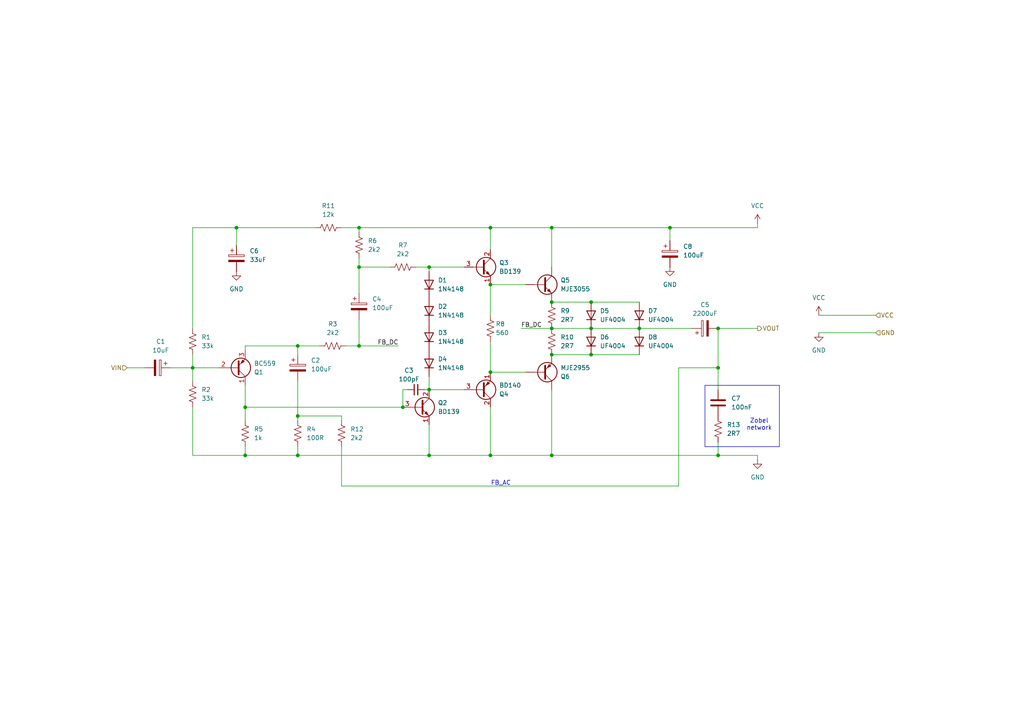
<source format=kicad_sch>
(kicad_sch (version 20250114) (generator "eeschema") (generator_version "9.0")
  (paper "A4")
  (lib_symbols
    (symbol "Device:C" (pin_numbers (hide yes)) (pin_names (offset 0.254))
      (property "Reference" "C" (at 0.635 2.54 0))
      (property "Value" "C" (at 0.635 -2.54 0))
      (symbol "C_0_1"
        (polyline (pts (xy -2.032 0.762) (xy 2.032 0.762)) (stroke (width 0.508)))
        (polyline (pts (xy -2.032 -0.762) (xy 2.032 -0.762)) (stroke (width 0.508)))
      )
      (symbol "C_1_1"
        (pin passive line (at 0 3.81 270) (length 2.794) (name "~") (number "1"))
        (pin passive line (at 0 -3.81 90) (length 2.794) (name "~") (number "2"))
      )
    )
    (symbol "Device:C_Polarized" (pin_numbers (hide yes)) (pin_names (offset 0.254))
      (property "Reference" "C" (at 0.635 2.54 0))
      (property "Value" "C_Polarized" (at 0.635 -2.54 0))
      (symbol "C_Polarized_0_1"
        (rectangle (start -2.286 0.508) (end 2.286 1.016))
        (polyline (pts (xy -1.778 2.286) (xy -0.762 2.286)))
        (polyline (pts (xy -1.27 2.794) (xy -1.27 1.778)))
        (rectangle (start 2.286 -0.508) (end -2.286 -1.016) (fill (type outline)))
      )
      (symbol "C_Polarized_1_1"
        (pin passive line (at 0 3.81 270) (length 2.794) (name "~") (number "1"))
        (pin passive line (at 0 -3.81 90) (length 2.794) (name "~") (number "2"))
      )
    )
    (symbol "Device:C_Small" (pin_numbers (hide yes)) (pin_names (offset 0.254) (hide yes))
      (property "Reference" "C" (at 0.254 1.778 0))
      (property "Value" "C_Small" (at 0.254 -2.032 0))
      (symbol "C_Small_0_1"
        (polyline (pts (xy -1.524 0.508) (xy 1.524 0.508)) (stroke (width 0.3048)))
        (polyline (pts (xy -1.524 -0.508) (xy 1.524 -0.508)) (stroke (width 0.3302)))
      )
      (symbol "C_Small_1_1"
        (pin passive line (at 0 2.54 270) (length 2.032) (name "~") (number "1"))
        (pin passive line (at 0 -2.54 90) (length 2.032) (name "~") (number "2"))
      )
    )
    (symbol "Device:D" (pin_numbers (hide yes)) (pin_names (offset 1.016) (hide yes))
      (property "Reference" "D" (at 0 2.54 0))
      (property "Value" "D" (at 0 -2.54 0))
      (symbol "D_0_1"
        (polyline (pts (xy -1.27 1.27) (xy -1.27 -1.27)) (stroke (width 0.254)))
        (polyline (pts (xy 1.27 1.27) (xy 1.27 -1.27) (xy -1.27 0) (xy 1.27 1.27)) (stroke (width 0.254)))
        (polyline (pts (xy 1.27 0) (xy -1.27 0)))
      )
      (symbol "D_1_1"
        (pin passive line (at -3.81 0 0) (length 2.54) (name "K") (number "1"))
        (pin passive line (at 3.81 0 180) (length 2.54) (name "A") (number "2"))
      )
    )
    (symbol "Device:Q_NPN" (pin_numbers (hide yes)) (pin_names (offset 0) (hide yes))
      (property "Reference" "Q11" (at 5.08 1.2701 0))
      (property "Value" "MJE3055" (at 5.08 -1.2699 0))
      (symbol "Q_NPN_0_1"
        (polyline (pts (xy -2.54 0) (xy 0.635 0)))
        (polyline (pts (xy 0.635 1.905) (xy 0.635 -1.905)) (stroke (width 0.508)))
        (polyline (pts (xy 0.635 0.635) (xy 2.54 2.54)))
        (polyline (pts (xy 0.635 -0.635) (xy 2.54 -2.54)))
        (circle (center 1.27 0) (radius 2.8194) (stroke (width 0.254)))
        (polyline (pts (xy 1.27 -1.778) (xy 1.778 -1.27) (xy 2.286 -2.286) (xy 1.27 -1.778)) (fill (type outline)))
      )
      (symbol "Q_NPN_1_1"
        (pin input line (at -5.08 0 0) (length 2.54) (name "B") (number "1"))
        (pin passive line (at 2.54 5.08 270) (length 2.54) (name "C") (number "2"))
        (pin passive line (at 2.54 -5.08 90) (length 2.54) (name "E") (number "3"))
      )
    )
    (symbol "Device:Q_PNP" (pin_numbers (hide yes)) (pin_names (offset 0) (hide yes))
      (property "Reference" "Q12" (at 5.08 1.2701 0))
      (property "Value" "MJE2955" (at 5.08 -1.2699 0))
      (symbol "Q_PNP_0_1"
        (polyline (pts (xy -2.54 0) (xy 0.635 0)))
        (polyline (pts (xy 0.635 1.905) (xy 0.635 -1.905)) (stroke (width 0.508)))
        (polyline (pts (xy 0.635 0.635) (xy 2.54 2.54)))
        (polyline (pts (xy 0.635 -0.635) (xy 2.54 -2.54)))
        (circle (center 1.27 0) (radius 2.8194) (stroke (width 0.254)))
        (polyline (pts (xy 2.286 -1.778) (xy 1.778 -2.286) (xy 1.27 -1.27) (xy 2.286 -1.778)) (fill (type outline)))
      )
      (symbol "Q_PNP_1_1"
        (pin input line (at -5.08 0 0) (length 2.54) (name "B") (number "1"))
        (pin passive line (at 2.54 5.08 270) (length 2.54) (name "C") (number "2"))
        (pin passive line (at 2.54 -5.08 90) (length 2.54) (name "E") (number "3"))
      )
    )
    (symbol "Device:R_US" (pin_numbers (hide yes)) (pin_names (offset 0))
      (property "Reference" "R" (at 2.54 0 90))
      (property "Value" "R_US" (at -2.54 0 90))
      (symbol "R_US_0_1"
        (polyline (pts (xy 0 2.286) (xy 0 2.54)))
        (polyline (pts (xy 0 2.286) (xy 1.016 1.905) (xy 0 1.524) (xy -1.016 1.143) (xy 0 0.762)))
        (polyline (pts (xy 0 0.762) (xy 1.016 0.381) (xy 0 0) (xy -1.016 -0.381) (xy 0 -0.762)))
        (polyline (pts (xy 0 -0.762) (xy 1.016 -1.143) (xy 0 -1.524) (xy -1.016 -1.905) (xy 0 -2.286)))
        (polyline (pts (xy 0 -2.286) (xy 0 -2.54)))
      )
      (symbol "R_US_1_1"
        (pin passive line (at 0 3.81 270) (length 1.27) (name "~") (number "1"))
        (pin passive line (at 0 -3.81 90) (length 1.27) (name "~") (number "2"))
      )
    )
    (symbol "Transistor_BJT:BC559" (pin_names (offset 0) (hide yes))
      (property "Reference" "Q" (at 5.08 1.905 0))
      (property "Value" "BC559" (at 5.08 0 0))
      (symbol "BC559_0_1"
        (polyline (pts (xy -2.54 0) (xy 0.635 0)))
        (polyline (pts (xy 0.635 1.905) (xy 0.635 -1.905)) (stroke (width 0.508)))
        (polyline (pts (xy 0.635 0.635) (xy 2.54 2.54)))
        (polyline (pts (xy 0.635 -0.635) (xy 2.54 -2.54)))
        (circle (center 1.27 0) (radius 2.8194) (stroke (width 0.254)))
        (polyline (pts (xy 2.286 -1.778) (xy 1.778 -2.286) (xy 1.27 -1.27) (xy 2.286 -1.778)) (fill (type outline)))
      )
      (symbol "BC559_1_1"
        (pin input line (at -5.08 0 0) (length 2.54) (name "B") (number "2"))
        (pin passive line (at 2.54 5.08 270) (length 2.54) (name "C") (number "1"))
        (pin passive line (at 2.54 -5.08 90) (length 2.54) (name "E") (number "3"))
      )
    )
    (symbol "Transistor_BJT:BD139" (pin_names (offset 0) (hide yes))
      (property "Reference" "Q" (at 5.08 1.905 0))
      (property "Value" "BD139" (at 5.08 0 0))
      (symbol "BD139_0_1"
        (polyline (pts (xy -2.54 0) (xy 0.635 0)))
        (polyline (pts (xy 0.635 1.905) (xy 0.635 -1.905)) (stroke (width 0.508)))
        (circle (center 1.27 0) (radius 2.8194) (stroke (width 0.254)))
      )
      (symbol "BD139_1_1"
        (polyline (pts (xy 0.635 0.635) (xy 2.54 2.54)))
        (polyline (pts (xy 0.635 -0.635) (xy 2.54 -2.54)))
        (polyline (pts (xy 1.27 -1.778) (xy 1.778 -1.27) (xy 2.286 -2.286) (xy 1.27 -1.778)) (fill (type outline)))
        (pin input line (at -5.08 0 0) (length 2.54) (name "B") (number "3"))
        (pin passive line (at 2.54 5.08 270) (length 2.54) (name "C") (number "2"))
        (pin passive line (at 2.54 -5.08 90) (length 2.54) (name "E") (number "1"))
      )
    )
    (symbol "Transistor_BJT:BD140" (pin_names (offset 0) (hide yes))
      (property "Reference" "Q" (at 5.08 1.905 0))
      (property "Value" "BD140" (at 5.08 0 0))
      (symbol "BD140_0_1"
        (polyline (pts (xy -2.54 0) (xy 0.635 0)))
        (polyline (pts (xy 0.635 1.905) (xy 0.635 -1.905)) (stroke (width 0.508)))
        (polyline (pts (xy 0.635 0.635) (xy 2.54 2.54)))
        (polyline (pts (xy 0.635 -0.635) (xy 2.54 -2.54)))
        (circle (center 1.27 0) (radius 2.8194) (stroke (width 0.254)))
        (polyline (pts (xy 2.286 -1.778) (xy 1.778 -2.286) (xy 1.27 -1.27) (xy 2.286 -1.778)) (fill (type outline)))
      )
      (symbol "BD140_1_1"
        (pin input line (at -5.08 0 0) (length 2.54) (name "B") (number "3"))
        (pin passive line (at 2.54 5.08 270) (length 2.54) (name "C") (number "2"))
        (pin passive line (at 2.54 -5.08 90) (length 2.54) (name "E") (number "1"))
      )
    )
    (symbol "power:GND" (power) (pin_numbers (hide yes)) (pin_names (offset 0) (hide yes))
      (property "Value" "GND" (at 0 -3.81 0))
      (symbol "GND_0_1"
        (polyline (pts (xy 0 0) (xy 0 -1.27) (xy 1.27 -1.27) (xy 0 -2.54) (xy -1.27 -1.27) (xy 0 -1.27)))
      )
      (symbol "GND_1_1"
        (pin power_in line (at 0 0 270) (length 0) (name "~") (number "1"))
      )
    )
    (symbol "power:VCC" (power) (pin_numbers (hide yes)) (pin_names (offset 0) (hide yes))
      (property "Value" "VCC" (at 0 3.556 0))
      (symbol "VCC_0_1"
        (polyline (pts (xy -0.762 1.27) (xy 0 2.54)))
        (polyline (pts (xy 0 2.54) (xy 0.762 1.27)))
        (polyline (pts (xy 0 0) (xy 0 2.54)))
      )
      (symbol "VCC_1_1"
        (pin power_in line (at 0 0 90) (length 0) (name "~") (number "1"))
      )
    )
  )
  (rectangle (start 204.47 111.76) (end 226.06 129.54))
  (text "Zobel\nnetwork" (at 220.218 123.19 0) (effects (font (size 1.27 1.27))))
  (text "FB_AC" (at 145.288 140.208 0) (effects (font (size 1.27 1.27))))
  (junction (at 208.28 106.68))
  (junction (at 104.14 77.47))
  (junction (at 194.31 66.04))
  (junction (at 71.12 118.11))
  (junction (at 142.24 132.08))
  (junction (at 160.02 87.63))
  (junction (at 104.14 66.04))
  (junction (at 86.36 100.33))
  (junction (at 160.02 66.04))
  (junction (at 86.36 120.65))
  (junction (at 124.46 132.08))
  (junction (at 55.88 106.68))
  (junction (at 86.36 132.08))
  (junction (at 116.84 118.11))
  (junction (at 142.24 66.04))
  (junction (at 124.46 113.03))
  (junction (at 208.28 95.25))
  (junction (at 160.02 102.87))
  (junction (at 68.58 66.04))
  (junction (at 185.42 95.25))
  (junction (at 160.02 95.25))
  (junction (at 171.45 87.63))
  (junction (at 104.14 100.33))
  (junction (at 124.46 77.47))
  (junction (at 208.28 132.08))
  (junction (at 142.24 82.55))
  (junction (at 142.24 107.95))
  (junction (at 171.45 95.25))
  (junction (at 71.12 132.08))
  (junction (at 171.45 102.87))
  (junction (at 160.02 132.08))
  (wire (pts (xy 124.46 78.74) (xy 124.46 77.47)))
  (wire (pts (xy 208.28 106.68) (xy 196.85 106.68)))
  (wire (pts (xy 118.11 113.03) (xy 116.84 113.03)))
  (wire (pts (xy 208.28 128.27) (xy 208.28 132.08)))
  (wire (pts (xy 36.83 106.68) (xy 41.91 106.68)))
  (wire (pts (xy 208.28 95.25) (xy 208.28 106.68)))
  (wire (pts (xy 71.12 100.33) (xy 71.12 101.6)))
  (wire (pts (xy 160.02 66.04) (xy 160.02 77.47)))
  (wire (pts (xy 124.46 113.03) (xy 134.62 113.03)))
  (wire (pts (xy 55.88 106.68) (xy 63.5 106.68)))
  (wire (pts (xy 71.12 121.92) (xy 71.12 118.11)))
  (wire (pts (xy 71.12 129.54) (xy 71.12 132.08)))
  (wire (pts (xy 71.12 118.11) (xy 71.12 111.76)))
  (wire (pts (xy 208.28 132.08) (xy 219.71 132.08)))
  (wire (pts (xy 86.36 120.65) (xy 99.06 120.65)))
  (wire (pts (xy 49.53 106.68) (xy 55.88 106.68)))
  (wire (pts (xy 104.14 77.47) (xy 104.14 85.09)))
  (wire (pts (xy 86.36 120.65) (xy 86.36 121.92)))
  (wire (pts (xy 71.12 132.08) (xy 86.36 132.08)))
  (wire (pts (xy 185.42 95.25) (xy 200.66 95.25)))
  (wire (pts (xy 160.02 66.04) (xy 194.31 66.04)))
  (wire (pts (xy 237.49 91.44) (xy 254 91.44)))
  (wire (pts (xy 160.02 87.63) (xy 171.45 87.63)))
  (wire (pts (xy 124.46 132.08) (xy 142.24 132.08)))
  (wire (pts (xy 160.02 102.87) (xy 171.45 102.87)))
  (wire (pts (xy 171.45 102.87) (xy 185.42 102.87)))
  (wire (pts (xy 219.71 132.08) (xy 219.71 133.35)))
  (wire (pts (xy 142.24 82.55) (xy 152.4 82.55)))
  (wire (pts (xy 160.02 95.25) (xy 171.45 95.25)))
  (wire (pts (xy 55.88 102.87) (xy 55.88 106.68)))
  (wire (pts (xy 68.58 71.12) (xy 68.58 66.04)))
  (wire (pts (xy 99.06 129.54) (xy 99.06 140.97)))
  (wire (pts (xy 124.46 77.47) (xy 120.65 77.47)))
  (wire (pts (xy 99.06 120.65) (xy 99.06 121.92)))
  (wire (pts (xy 71.12 100.33) (xy 86.36 100.33)))
  (wire (pts (xy 86.36 100.33) (xy 86.36 102.87)))
  (wire (pts (xy 116.84 113.03) (xy 116.84 118.11)))
  (wire (pts (xy 104.14 74.93) (xy 104.14 77.47)))
  (wire (pts (xy 99.06 66.04) (xy 104.14 66.04)))
  (wire (pts (xy 171.45 95.25) (xy 185.42 95.25)))
  (wire (pts (xy 160.02 132.08) (xy 208.28 132.08)))
  (wire (pts (xy 124.46 109.22) (xy 124.46 113.03)))
  (wire (pts (xy 142.24 66.04) (xy 160.02 66.04)))
  (wire (pts (xy 142.24 132.08) (xy 160.02 132.08)))
  (wire (pts (xy 55.88 66.04) (xy 68.58 66.04)))
  (wire (pts (xy 171.45 87.63) (xy 185.42 87.63)))
  (wire (pts (xy 86.36 132.08) (xy 124.46 132.08)))
  (wire (pts (xy 55.88 132.08) (xy 55.88 118.11)))
  (wire (pts (xy 142.24 99.06) (xy 142.24 107.95)))
  (wire (pts (xy 142.24 107.95) (xy 152.4 107.95)))
  (wire (pts (xy 104.14 67.31) (xy 104.14 66.04)))
  (wire (pts (xy 99.06 140.97) (xy 196.85 140.97)))
  (wire (pts (xy 55.88 132.08) (xy 71.12 132.08)))
  (wire (pts (xy 104.14 92.71) (xy 104.14 100.33)))
  (wire (pts (xy 86.36 110.49) (xy 86.36 120.65)))
  (wire (pts (xy 100.33 100.33) (xy 104.14 100.33)))
  (wire (pts (xy 123.19 113.03) (xy 124.46 113.03)))
  (wire (pts (xy 86.36 129.54) (xy 86.36 132.08)))
  (wire (pts (xy 71.12 118.11) (xy 116.84 118.11)))
  (wire (pts (xy 219.71 66.04) (xy 219.71 64.77)))
  (wire (pts (xy 208.28 106.68) (xy 208.28 113.03)))
  (wire (pts (xy 237.49 96.52) (xy 254 96.52)))
  (wire (pts (xy 194.31 66.04) (xy 194.31 69.85)))
  (wire (pts (xy 104.14 77.47) (xy 113.03 77.47)))
  (wire (pts (xy 104.14 66.04) (xy 142.24 66.04)))
  (wire (pts (xy 196.85 106.68) (xy 196.85 140.97)))
  (wire (pts (xy 160.02 113.03) (xy 160.02 132.08)))
  (wire (pts (xy 86.36 100.33) (xy 92.71 100.33)))
  (wire (pts (xy 142.24 66.04) (xy 142.24 72.39)))
  (wire (pts (xy 124.46 123.19) (xy 124.46 132.08)))
  (wire (pts (xy 151.13 95.25) (xy 160.02 95.25)))
  (wire (pts (xy 194.31 66.04) (xy 219.71 66.04)))
  (wire (pts (xy 68.58 66.04) (xy 91.44 66.04)))
  (wire (pts (xy 55.88 106.68) (xy 55.88 110.49)))
  (wire (pts (xy 104.14 100.33) (xy 115.57 100.33)))
  (wire (pts (xy 142.24 118.11) (xy 142.24 132.08)))
  (wire (pts (xy 142.24 82.55) (xy 142.24 91.44)))
  (wire (pts (xy 124.46 77.47) (xy 134.62 77.47)))
  (wire (pts (xy 55.88 95.25) (xy 55.88 66.04)))
  (wire (pts (xy 208.28 95.25) (xy 219.71 95.25)))
  (label "FB_DC" (at 115.57 100.33 180))
  (label "FB_DC" (at 151.13 95.25 0))
  (hierarchical_label "VCC" (shape input) (at 254 91.44 0))
  (hierarchical_label "GND" (shape input) (at 254 96.52 0))
  (hierarchical_label "VOUT" (shape output) (at 219.71 95.25 0))
  (hierarchical_label "VIN" (shape input) (at 36.83 106.68 180))
  (symbol (lib_id "Device:C_Polarized") (at 194.31 73.66 0) (unit 1)
    (property "Reference" "C8" (at 198.12 71.5009 0) (effects (justify left)))
    (property "Value" "100uF" (at 198.12 74.0409 0) (effects (justify left)))
    (property "Footprint" "Capacitor_THT:CP_Radial_D8.0mm_P3.50mm" (effects (hide yes)))
    (property "Datasheet" "https://www.mouser.com/ProductDetail/Wurth-Elektronik/860020672010?qs=sGAEpiMZZMsh%252B1woXyUXj4jKQI6sNRw6%252B%2FnWw7D23Ww%3D" (effects (hide yes)))
    (property "Description" "Polarized capacitor" (effects (hide yes)))
    (property "Mouser URL" "https://www.mouser.com/ProductDetail/Nichicon/UVR1H101MPD1TD?qs=sGAEpiMZZMsh%252B1woXyUXj9Qfu%2FLgQWnHf9Zyy1TLY94%3D" (effects (hide yes)))
    (property "Mouser PN" "647-UVR1H101MPD1TD " (effects (hide yes)))
    (instances (project "audio-receiver" (path "" (reference "C8") (unit 1)) (path "" (reference "C14") (unit 1))))
  )
  (symbol (lib_id "Transistor_BJT:BD139") (at 139.7 77.47 0) (unit 1)
    (property "Reference" "Q3" (at 144.78 76.1999 0) (effects (justify left)))
    (property "Value" "BD139" (at 144.78 78.7399 0) (effects (justify left)))
    (property "Footprint" "Package_TO_SOT_THT:TO-126-3_Vertical" (effects (hide yes)))
    (property "Datasheet" "http://www.st.com/internet/com/TECHNICAL_RESOURCES/TECHNICAL_LITERATURE/DATASHEET/CD00001225.pdf" (effects (hide yes)))
    (property "Description" "1.5A Ic, 80V Vce, Low Voltage Transistor, TO-126" (effects (hide yes)))
    (property "Mouser URL" "https://www.mouser.com/ProductDetail/STMicroelectronics/BD139-16?qs=RfHREzyZwW%252BVwEMhVd3zpQ%3D%3D" (effects (hide yes)))
    (property "Mouser PN" "511-BD139-16 " (effects (hide yes)))
    (instances (project "audio-receiver" (path "" (reference "Q3") (unit 1)) (path "" (reference "Q9") (unit 1))))
  )
  (symbol (lib_id "Device:C_Polarized") (at 45.72 106.68 270) (unit 1)
    (property "Reference" "C1" (at 46.609 99.06 90))
    (property "Value" "10uF" (at 46.609 101.6 90))
    (property "Footprint" "Capacitor_THT:CP_Radial_D5.0mm_P2.00mm" (effects (hide yes)))
    (property "Datasheet" "https://www.we-online.com/components/products/datasheet/860020672010.pdf" (effects (hide yes)))
    (property "Description" "Polarized capacitor" (effects (hide yes)))
    (property "Mouser URL" "https://www.mouser.com/ProductDetail/Wurth-Elektronik/860020672010?qs=sGAEpiMZZMsh%252B1woXyUXj4jKQI6sNRw6%252B%2FnWw7D23Ww%3D" (effects (hide yes)))
    (property "Mouser PN" "710-860020672010 " (effects (hide yes)))
    (instances (project "audio-receiver" (path "" (reference "C1") (unit 1)) (path "" (reference "C9") (unit 1))))
  )
  (symbol (lib_id "power:GND") (at 68.58 78.74 0) (unit 1)
    (property "Reference" "#PWR03" (effects (hide yes)))
    (property "Value" "GND" (at 68.58 83.82 0))
    (property "Description" "Power symbol creates a global label with name \"GND\" , ground" (effects (hide yes)))
    (instances (project "audio-receiver" (path "" (reference "#PWR03") (unit 1)) (path "" (reference "#PWR07") (unit 1))))
  )
  (symbol (lib_id "Device:R_US") (at 160.02 99.06 0) (unit 1)
    (property "Reference" "R10" (at 162.56 97.7899 0) (effects (justify left)))
    (property "Value" "2R7" (at 162.56 100.3299 0) (effects (justify left)))
    (property "Footprint" "Resistor_THT:R_Axial_Power_L25.0mm_W9.0mm_P27.94mm" (effects (hide yes)))
    (property "Datasheet" "https://www.mouser.com/datasheet/2/447/YAGEO_SQP_NSP_datasheet_2021v0-3003003.pdf" (effects (hide yes)))
    (property "Description" "Resistor, US symbol" (effects (hide yes)))
    (property "Mouser URL" "https://www.mouser.com/ProductDetail/YAGEO/SQP500JB-2R7?qs=sGAEpiMZZMsPqMdJzcrNwl88Wd0KdECunjP3GAgCqls%3D" (effects (hide yes)))
    (property "Mouser PN" "603-SQP500JB-2R7 " (effects (hide yes)))
    (instances (project "audio-receiver" (path "" (reference "R10") (unit 1)) (path "" (reference "R23") (unit 1))))
  )
  (symbol (lib_id "Device:D") (at 124.46 105.41 90) (unit 1)
    (property "Reference" "D4" (at 127 104.1399 90) (effects (justify right)))
    (property "Value" "1N4148" (at 127 106.6799 90) (effects (justify right)))
    (property "Footprint" "Diode_THT:D_DO-35_SOD27_P7.62mm_Horizontal" (effects (hide yes)))
    (property "Datasheet" "https://www.mouser.com/datasheet/2/308/1/1N914_D-3574539.pdf" (effects (hide yes)))
    (property "Description" "Diode" (effects (hide yes)))
    (property "Sim.Device" "D" (effects (hide yes)))
    (property "Sim.Pins" "1=K 2=A" (effects (hide yes)))
    (property "Mouser URL" "https://www.mouser.com/ProductDetail/onsemi-Fairchild/1N4148-T50R?qs=sGAEpiMZZMtbRapU8LlZD%252B6h%2FWulpAkrNJDKqwRgmZcB5SlWjKcc2w%3D%3D" (effects (hide yes)))
    (property "Mouser PN" "512-1N4148T50R " (effects (hide yes)))
    (instances (project "audio-receiver" (path "" (reference "D4") (unit 1)) (path "" (reference "D12") (unit 1))))
  )
  (symbol (lib_id "Device:Q_NPN") (at 157.48 82.55 0) (unit 1)
    (property "Reference" "Q5" (at 162.56 81.2799 0) (effects (justify left)))
    (property "Value" "MJE3055" (at 162.56 83.8199 0) (effects (justify left)))
    (property "Footprint" "Package_TO_SOT_THT:TO-220-3_Vertical" (effects (hide yes)))
    (property "Datasheet" "https://www.mouser.com/datasheet/2/308/MJE2955T_D-1811462.pdf" (effects (hide yes)))
    (property "Description" "NPN bipolar junction transistor" (effects (hide yes)))
    (property "Mouser URL" "https://www.mouser.com/ProductDetail/onsemi/MJE3055TG?qs=HVbQlW5zcXUpZ6jjVRRo8A%3D%3D" (effects (hide yes)))
    (property "Mouser PN" "863-MJE3055TG " (effects (hide yes)))
    (instances (project "audio-receiver" (path "" (reference "Q5") (unit 1)) (path "" (reference "Q11") (unit 1))))
  )
  (symbol (lib_id "Device:C_Small") (at 120.65 113.03 90) (unit 1)
    (property "Reference" "C3" (at 118.618 107.442 90))
    (property "Value" "100pF" (at 118.618 109.982 90))
    (property "Footprint" "Capacitor_THT:C_Disc_D4.3mm_W1.9mm_P5.00mm" (effects (hide yes)))
    (property "Datasheet" "https://www.mouser.com/datasheet/2/210/Class_I_Temperature_Compensation-2298228.pdf" (effects (hide yes)))
    (property "Description" "Unpolarized capacitor, small symbol" (effects (hide yes)))
    (property "Mouser URL" "https://www.mouser.com/ProductDetail/Walsin/YP501101K040BAND5P?qs=sGAEpiMZZMsh%252B1woXyUXj9Vc%2FsqQGnyVc97Ek7nEcX0%3D" (effects (hide yes)))
    (property "Mouser PN" "791-YP501101K40AND5 " (effects (hide yes)))
    (instances (project "audio-receiver" (path "" (reference "C3") (unit 1)) (path "" (reference "C13") (unit 1))))
  )
  (symbol (lib_id "Device:C_Polarized") (at 86.36 106.68 0) (unit 1)
    (property "Reference" "C2" (at 90.17 104.5209 0) (effects (justify left)))
    (property "Value" "100uF" (at 90.17 107.0609 0) (effects (justify left)))
    (property "Footprint" "Capacitor_THT:CP_Radial_D8.0mm_P3.50mm" (effects (hide yes)))
    (property "Datasheet" "https://www.mouser.com/ProductDetail/Wurth-Elektronik/860020672010?qs=sGAEpiMZZMsh%252B1woXyUXj4jKQI6sNRw6%252B%2FnWw7D23Ww%3D" (effects (hide yes)))
    (property "Description" "Polarized capacitor" (effects (hide yes)))
    (property "Mouser URL" "https://www.mouser.com/ProductDetail/Nichicon/UVR1H101MPD1TD?qs=sGAEpiMZZMsh%252B1woXyUXj9Qfu%2FLgQWnHf9Zyy1TLY94%3D" (effects (hide yes)))
    (property "Mouser PN" "647-UVR1H101MPD1TD " (effects (hide yes)))
    (instances (project "audio-receiver" (path "" (reference "C2") (unit 1)) (path "" (reference "C11") (unit 1))))
  )
  (symbol (lib_id "Device:D") (at 124.46 90.17 90) (unit 1)
    (property "Reference" "D2" (at 127 88.8999 90) (effects (justify right)))
    (property "Value" "1N4148" (at 127 91.4399 90) (effects (justify right)))
    (property "Footprint" "Diode_THT:D_DO-35_SOD27_P7.62mm_Horizontal" (effects (hide yes)))
    (property "Datasheet" "https://www.mouser.com/datasheet/2/308/1/1N914_D-3574539.pdf" (effects (hide yes)))
    (property "Description" "Diode" (effects (hide yes)))
    (property "Sim.Device" "D" (effects (hide yes)))
    (property "Sim.Pins" "1=K 2=A" (effects (hide yes)))
    (property "Mouser URL" "https://www.mouser.com/ProductDetail/onsemi-Fairchild/1N4148-T50R?qs=sGAEpiMZZMtbRapU8LlZD%252B6h%2FWulpAkrNJDKqwRgmZcB5SlWjKcc2w%3D%3D" (effects (hide yes)))
    (property "Mouser PN" "512-1N4148T50R " (effects (hide yes)))
    (instances (project "audio-receiver" (path "" (reference "D2") (unit 1)) (path "" (reference "D10") (unit 1))))
  )
  (symbol (lib_id "Device:R_US") (at 96.52 100.33 90) (unit 1)
    (property "Reference" "R3" (at 96.52 93.98 90))
    (property "Value" "2k2" (at 96.52 96.52 90))
    (property "Footprint" "Resistor_THT:R_Axial_DIN0207_L6.3mm_D2.5mm_P7.62mm_Horizontal" (effects (hide yes)))
    (property "Datasheet" "https://www.mouser.com/datasheet/2/447/YAGEO_MF0_datasheet_2024v3-3461483.pdf" (effects (hide yes)))
    (property "Description" "Resistor, US symbol" (effects (hide yes)))
    (property "Mouser URL" "https://www.mouser.com/ProductDetail/YAGEO/MF0207FTE52-2K2?qs=KUIzHt%2Fe91lZCf2OHy2lbw%3D%3D" (effects (hide yes)))
    (property "Mouser PN" "603-MF0207FTE52-2K2 " (effects (hide yes)))
    (instances (project "audio-receiver" (path "" (reference "R3") (unit 1)) (path "" (reference "R16") (unit 1))))
  )
  (symbol (lib_id "power:VCC") (at 219.71 64.77 0) (unit 1)
    (property "Reference" "#PWR01" (effects (hide yes)))
    (property "Value" "VCC" (at 219.71 59.69 0))
    (property "Description" "Power symbol creates a global label with name \"VCC\"" (effects (hide yes)))
    (instances (project "audio-receiver" (path "" (reference "#PWR01") (unit 1)) (path "" (reference "#PWR09") (unit 1))))
  )
  (symbol (lib_id "Device:R_US") (at 55.88 99.06 0) (unit 1)
    (property "Reference" "R1" (at 58.42 97.7899 0) (effects (justify left)))
    (property "Value" "33k" (at 58.42 100.3299 0) (effects (justify left)))
    (property "Footprint" "Resistor_THT:R_Axial_DIN0207_L6.3mm_D2.5mm_P7.62mm_Horizontal" (effects (hide yes)))
    (property "Datasheet" "https://www.mouser.com/datasheet/2/447/YAGEO_MFR_datasheet_2023v3-3324391.pdf" (effects (hide yes)))
    (property "Description" "Resistor, US symbol" (effects (hide yes)))
    (property "Mouser URL" "https://www.mouser.com/ProductDetail/YAGEO/MFR-25FTF52-33K?qs=gt1LBUVyoHmEHRwLqpWLLA%3D%3D" (effects (hide yes)))
    (property "Mouser PN" "603-MFR-25FTF52-33K " (effects (hide yes)))
    (instances (project "audio-receiver" (path "" (reference "R1") (unit 1)) (path "" (reference "R14") (unit 1))))
  )
  (symbol (lib_id "Device:D") (at 171.45 91.44 90) (unit 1)
    (property "Reference" "D5" (at 173.99 90.1699 90) (effects (justify right)))
    (property "Value" "UF4004" (at 173.99 92.7099 90) (effects (justify right)))
    (property "Footprint" "Diode_THT:D_DO-41_SOD81_P7.62mm_Horizontal" (effects (hide yes)))
    (property "Datasheet" "https://diotec.com/request/datasheet/uf4001.pdf" (effects (hide yes)))
    (property "Description" "Diode" (effects (hide yes)))
    (property "Sim.Device" "D" (effects (hide yes)))
    (property "Sim.Pins" "1=K 2=A" (effects (hide yes)))
    (property "Mouser URL" "https://www.mouser.com/ProductDetail/Diotec-Semiconductor/UF4004?qs=OlC7AqGiEDlRgKmeDlLF1Q%3D%3D" (effects (hide yes)))
    (property "Mouser PN" "637-UF4004 " (effects (hide yes)))
    (instances (project "audio-receiver" (path "" (reference "D5") (unit 1)) (path "" (reference "D13") (unit 1))))
  )
  (symbol (lib_id "power:GND") (at 237.49 96.52 0) (unit 1)
    (property "Reference" "#PWR06" (effects (hide yes)))
    (property "Value" "GND" (at 237.49 101.6 0))
    (property "Description" "Power symbol creates a global label with name \"GND\" , ground" (effects (hide yes)))
    (instances (project "audio-receiver" (path "" (reference "#PWR06") (unit 1)) (path "" (reference "#PWR012") (unit 1))))
  )
  (symbol (lib_id "Device:R_US") (at 142.24 95.25 0) (unit 1)
    (property "Reference" "R8" (at 143.764 93.98 0) (effects (justify left)))
    (property "Value" "560" (at 143.764 96.52 0) (effects (justify left)))
    (property "Footprint" "Resistor_THT:R_Axial_DIN0309_L9.0mm_D3.2mm_P12.70mm_Horizontal" (effects (hide yes)))
    (property "Datasheet" "https://www.mouser.com/datasheet/2/447/YAGEO_FMP_datasheet_2021v2-3048660.pdf" (effects (hide yes)))
    (property "Description" "Resistor, US symbol" (effects (hide yes)))
    (property "Mouser URL" "https://www.mouser.com/ProductDetail/YAGEO/FMP200JR-52-560R?qs=wcZjbqjoJehIyDJh2zs3Bw%3D%3D" (effects (hide yes)))
    (property "Mouser PN" "603-FMP200JR-52-560R " (effects (hide yes)))
    (instances (project "audio-receiver" (path "" (reference "R8") (unit 1)) (path "" (reference "R21") (unit 1))))
  )
  (symbol (lib_id "Transistor_BJT:BD139") (at 121.92 118.11 0) (unit 1)
    (property "Reference" "Q2" (at 127 116.8399 0) (effects (justify left)))
    (property "Value" "BD139" (at 127 119.3799 0) (effects (justify left)))
    (property "Footprint" "Package_TO_SOT_THT:TO-126-3_Vertical" (effects (hide yes)))
    (property "Datasheet" "http://www.st.com/internet/com/TECHNICAL_RESOURCES/TECHNICAL_LITERATURE/DATASHEET/CD00001225.pdf" (effects (hide yes)))
    (property "Description" "1.5A Ic, 80V Vce, Low Voltage Transistor, TO-126" (effects (hide yes)))
    (property "Mouser URL" "https://www.mouser.com/ProductDetail/STMicroelectronics/BD139-16?qs=RfHREzyZwW%252BVwEMhVd3zpQ%3D%3D" (effects (hide yes)))
    (property "Mouser PN" "511-BD139-16 " (effects (hide yes)))
    (instances (project "audio-receiver" (path "" (reference "Q2") (unit 1)) (path "" (reference "Q8") (unit 1))))
  )
  (symbol (lib_id "Device:R_US") (at 104.14 71.12 0) (unit 1)
    (property "Reference" "R6" (at 106.68 69.8499 0) (effects (justify left)))
    (property "Value" "2k2" (at 106.68 72.3899 0) (effects (justify left)))
    (property "Footprint" "Resistor_THT:R_Axial_DIN0207_L6.3mm_D2.5mm_P7.62mm_Horizontal" (effects (hide yes)))
    (property "Datasheet" "https://www.mouser.com/datasheet/2/447/YAGEO_MF0_datasheet_2024v3-3461483.pdf" (effects (hide yes)))
    (property "Description" "Resistor, US symbol" (effects (hide yes)))
    (property "Mouser URL" "https://www.mouser.com/ProductDetail/YAGEO/MF0207FTE52-2K2?qs=KUIzHt%2Fe91lZCf2OHy2lbw%3D%3D" (effects (hide yes)))
    (property "Mouser PN" "603-MF0207FTE52-2K2 " (effects (hide yes)))
    (instances (project "audio-receiver" (path "" (reference "R6") (unit 1)) (path "" (reference "R19") (unit 1))))
  )
  (symbol (lib_id "power:VCC") (at 237.49 91.44 0) (unit 1)
    (property "Reference" "#PWR05" (effects (hide yes)))
    (property "Value" "VCC" (at 237.49 86.36 0))
    (property "Description" "Power symbol creates a global label with name \"VCC\"" (effects (hide yes)))
    (instances (project "audio-receiver" (path "" (reference "#PWR05") (unit 1)) (path "" (reference "#PWR011") (unit 1))))
  )
  (symbol (lib_id "Device:R_US") (at 160.02 91.44 0) (unit 1)
    (property "Reference" "R9" (at 162.56 90.1699 0) (effects (justify left)))
    (property "Value" "2R7" (at 162.56 92.7099 0) (effects (justify left)))
    (property "Footprint" "Resistor_THT:R_Axial_Power_L25.0mm_W9.0mm_P27.94mm" (effects (hide yes)))
    (property "Datasheet" "https://www.mouser.com/datasheet/2/447/YAGEO_SQP_NSP_datasheet_2021v0-3003003.pdf" (effects (hide yes)))
    (property "Description" "Resistor, US symbol" (effects (hide yes)))
    (property "Mouser URL" "https://www.mouser.com/ProductDetail/YAGEO/SQP500JB-2R7?qs=sGAEpiMZZMsPqMdJzcrNwl88Wd0KdECunjP3GAgCqls%3D" (effects (hide yes)))
    (property "Mouser PN" "603-SQP500JB-2R7 " (effects (hide yes)))
    (instances (project "audio-receiver" (path "" (reference "R9") (unit 1)) (path "" (reference "R22") (unit 1))))
  )
  (symbol (lib_id "Device:C_Polarized") (at 104.14 88.9 0) (unit 1)
    (property "Reference" "C4" (at 107.95 86.7409 0) (effects (justify left)))
    (property "Value" "100uF" (at 107.95 89.2809 0) (effects (justify left)))
    (property "Footprint" "Capacitor_THT:CP_Radial_D8.0mm_P3.50mm" (effects (hide yes)))
    (property "Datasheet" "https://www.mouser.com/ProductDetail/Wurth-Elektronik/860020672010?qs=sGAEpiMZZMsh%252B1woXyUXj4jKQI6sNRw6%252B%2FnWw7D23Ww%3D" (effects (hide yes)))
    (property "Description" "Polarized capacitor" (effects (hide yes)))
    (property "Mouser URL" "https://www.mouser.com/ProductDetail/Nichicon/UVR1H101MPD1TD?qs=sGAEpiMZZMsh%252B1woXyUXj9Qfu%2FLgQWnHf9Zyy1TLY94%3D" (effects (hide yes)))
    (property "Mouser PN" "647-UVR1H101MPD1TD " (effects (hide yes)))
    (instances (project "audio-receiver" (path "" (reference "C4") (unit 1)) (path "" (reference "C12") (unit 1))))
  )
  (symbol (lib_id "Device:C") (at 208.28 116.84 0) (unit 1)
    (property "Reference" "C7" (at 212.09 115.5699 0) (effects (justify left)))
    (property "Value" "100nF" (at 212.09 118.1099 0) (effects (justify left)))
    (property "Footprint" "Capacitor_THT:C_Disc_D4.3mm_W1.9mm_P5.00mm" (effects (hide yes)))
    (property "Datasheet" "https://www.mouser.com/datasheet/2/210/Class_I_Temperature_Compensation-2298228.pdf" (effects (hide yes)))
    (property "Description" "Unpolarized capacitor" (effects (hide yes)))
    (property "Mouser URL" "https://www.mouser.com/ProductDetail/Walsin/YV101103Z060HAND5P?qs=sGAEpiMZZMsh%252B1woXyUXj9Vc%2FsqQGnyVkbUw7FMjgKQ%3D" (effects (hide yes)))
    (property "Mouser PN" "791-YV101103Z60HAND5 " (effects (hide yes)))
    (instances (project "audio-receiver" (path "" (reference "C7") (unit 1)) (path "" (reference "C16") (unit 1))))
  )
  (symbol (lib_id "power:GND") (at 194.31 77.47 0) (unit 1)
    (property "Reference" "#PWR04" (effects (hide yes)))
    (property "Value" "GND" (at 194.31 82.55 0))
    (property "Description" "Power symbol creates a global label with name \"GND\" , ground" (effects (hide yes)))
    (instances (project "audio-receiver" (path "" (reference "#PWR04") (unit 1)) (path "" (reference "#PWR08") (unit 1))))
  )
  (symbol (lib_id "Device:D") (at 124.46 97.79 90) (unit 1)
    (property "Reference" "D3" (at 127 96.5199 90) (effects (justify right)))
    (property "Value" "1N4148" (at 127 99.0599 90) (effects (justify right)))
    (property "Footprint" "Diode_THT:D_DO-35_SOD27_P7.62mm_Horizontal" (effects (hide yes)))
    (property "Datasheet" "https://www.mouser.com/datasheet/2/308/1/1N914_D-3574539.pdf" (effects (hide yes)))
    (property "Description" "Diode" (effects (hide yes)))
    (property "Sim.Device" "D" (effects (hide yes)))
    (property "Sim.Pins" "1=K 2=A" (effects (hide yes)))
    (property "Mouser URL" "https://www.mouser.com/ProductDetail/onsemi-Fairchild/1N4148-T50R?qs=sGAEpiMZZMtbRapU8LlZD%252B6h%2FWulpAkrNJDKqwRgmZcB5SlWjKcc2w%3D%3D" (effects (hide yes)))
    (property "Mouser PN" "512-1N4148T50R " (effects (hide yes)))
    (instances (project "audio-receiver" (path "" (reference "D3") (unit 1)) (path "" (reference "D11") (unit 1))))
  )
  (symbol (lib_id "Device:R_US") (at 71.12 125.73 0) (unit 1)
    (property "Reference" "R5" (at 73.66 124.4599 0) (effects (justify left)))
    (property "Value" "1k" (at 73.66 126.9999 0) (effects (justify left)))
    (property "Footprint" "Resistor_THT:R_Axial_DIN0207_L6.3mm_D2.5mm_P7.62mm_Horizontal" (effects (hide yes)))
    (property "Datasheet" "https://www.mouser.com/datasheet/2/447/YAGEO_MFR_datasheet_2023v3-3324391.pdf" (effects (hide yes)))
    (property "Description" "Resistor, US symbol" (effects (hide yes)))
    (property "Mouser URL" "https://www.mouser.com/ProductDetail/YAGEO/MFR-25FTF52-1K?qs=Uzd%2Fwh%252BZzhBCS7HxlKfPkQ%3D%3D" (effects (hide yes)))
    (property "Mouser PN" "603-MFR-25FTF52-1K " (effects (hide yes)))
    (instances (project "audio-receiver" (path "" (reference "R5") (unit 1)) (path "" (reference "R18") (unit 1))))
  )
  (symbol (lib_id "Transistor_BJT:BD140") (at 139.7 113.03 0) (mirror x) (unit 1)
    (property "Reference" "Q4" (at 144.78 114.3001 0) (effects (justify left)))
    (property "Value" "BD140" (at 144.78 111.7601 0) (effects (justify left)))
    (property "Footprint" "Package_TO_SOT_THT:TO-126-3_Vertical" (effects (hide yes)))
    (property "Datasheet" "http://www.st.com/internet/com/TECHNICAL_RESOURCES/TECHNICAL_LITERATURE/DATASHEET/CD00001225.pdf" (effects (hide yes)))
    (property "Description" "1.5A Ic, 80V Vce, Low Voltage Transistor, TO-126" (effects (hide yes)))
    (property "Mouser URL" "https://www.mouser.com/ProductDetail/STMicroelectronics/BD140-16?qs=RfHREzyZwW%252BkgnSLCtGbjg%3D%3D" (effects (hide yes)))
    (property "Mouser PN" "511-BD140-16 " (effects (hide yes)))
    (instances (project "audio-receiver" (path "" (reference "Q4") (unit 1)) (path "" (reference "Q10") (unit 1))))
  )
  (symbol (lib_id "Device:D") (at 185.42 99.06 90) (unit 1)
    (property "Reference" "D8" (at 187.96 97.7899 90) (effects (justify right)))
    (property "Value" "UF4004" (at 187.96 100.3299 90) (effects (justify right)))
    (property "Footprint" "Diode_THT:D_DO-41_SOD81_P7.62mm_Horizontal" (effects (hide yes)))
    (property "Datasheet" "https://diotec.com/request/datasheet/uf4001.pdf" (effects (hide yes)))
    (property "Description" "Diode" (effects (hide yes)))
    (property "Sim.Device" "D" (effects (hide yes)))
    (property "Sim.Pins" "1=K 2=A" (effects (hide yes)))
    (property "Mouser URL" "https://www.mouser.com/ProductDetail/Diotec-Semiconductor/UF4004?qs=OlC7AqGiEDlRgKmeDlLF1Q%3D%3D" (effects (hide yes)))
    (property "Mouser PN" "637-UF4004 " (effects (hide yes)))
    (instances (project "audio-receiver" (path "" (reference "D8") (unit 1)) (path "" (reference "D16") (unit 1))))
  )
  (symbol (lib_id "Device:R_US") (at 208.28 124.46 0) (unit 1)
    (property "Reference" "R13" (at 210.82 123.1899 0) (effects (justify left)))
    (property "Value" "2R7" (at 210.82 125.7299 0) (effects (justify left)))
    (property "Footprint" "Resistor_THT:R_Axial_DIN0207_L6.3mm_D2.5mm_P7.62mm_Horizontal" (effects (hide yes)))
    (property "Datasheet" "https://www.mouser.com/datasheet/2/447/YAGEO_CFR_datasheet_2023v2-3388672.pdf" (effects (hide yes)))
    (property "Description" "Resistor, US symbol" (effects (hide yes)))
    (property "Mouser URL" "https://www.mouser.com/ProductDetail/YAGEO/CFR-25JR-52-2R7?qs=sGAEpiMZZMsPqMdJzcrNwiPCnpFTGbbhiVnCR3xqnQk%3D" (effects (hide yes)))
    (property "Mouser PN" "603-CFR-25JR-52-2R7 " (effects (hide yes)))
    (instances (project "audio-receiver" (path "" (reference "R13") (unit 1)) (path "" (reference "R26") (unit 1))))
  )
  (symbol (lib_id "Device:C_Polarized") (at 204.47 95.25 90) (unit 1)
    (property "Reference" "C5" (at 204.47 88.392 90))
    (property "Value" "2200uF" (at 204.47 90.932 90))
    (property "Footprint" "Capacitor_THT:CP_Radial_D16.0mm_P7.50mm" (effects (hide yes)))
    (property "Datasheet" "https://www.mouser.com/datasheet/2/977/e_YXJ-1601195.pdf" (effects (hide yes)))
    (property "Description" "Polarized capacitor" (effects (hide yes)))
    (property "Mouser URL" "https://www.mouser.com/ProductDetail/Rubycon/35YXJ2200M16X25?qs=sGAEpiMZZMsh%252B1woXyUXj57M5zdvZVAFuY6LrCottNI%3D" (effects (hide yes)))
    (property "Mouser PN" "232-35YXJ2200M16X25 " (effects (hide yes)))
    (instances (project "audio-receiver" (path "" (reference "C5") (unit 1)) (path "" (reference "C15") (unit 1))))
  )
  (symbol (lib_id "Device:R_US") (at 95.25 66.04 90) (unit 1)
    (property "Reference" "R11" (at 95.25 59.69 90))
    (property "Value" "12k" (at 95.25 62.23 90))
    (property "Footprint" "Resistor_THT:R_Axial_DIN0207_L6.3mm_D2.5mm_P7.62mm_Horizontal" (effects (hide yes)))
    (property "Datasheet" "https://www.mouser.com/datasheet/2/447/YAGEO_MFR_datasheet_2023v3-3324391.pdf" (effects (hide yes)))
    (property "Description" "Resistor, US symbol" (effects (hide yes)))
    (property "Mouser URL" "https://www.mouser.com/ProductDetail/YAGEO/MFR25SFTF26-12K?qs=sGAEpiMZZMsPqMdJzcrNwqpmsrDQJrmxnqH2%2F1fJqXZRHayDc4k%252B4A%3D%3D" (effects (hide yes)))
    (property "Mouser PN" "603-MFR25SFTF26-12K " (effects (hide yes)))
    (instances (project "audio-receiver" (path "" (reference "R11") (unit 1)) (path "" (reference "R24") (unit 1))))
  )
  (symbol (lib_id "Device:D") (at 185.42 91.44 90) (unit 1)
    (property "Reference" "D7" (at 187.96 90.1699 90) (effects (justify right)))
    (property "Value" "UF4004" (at 187.96 92.7099 90) (effects (justify right)))
    (property "Footprint" "Diode_THT:D_DO-41_SOD81_P7.62mm_Horizontal" (effects (hide yes)))
    (property "Datasheet" "https://diotec.com/request/datasheet/uf4001.pdf" (effects (hide yes)))
    (property "Description" "Diode" (effects (hide yes)))
    (property "Sim.Device" "D" (effects (hide yes)))
    (property "Sim.Pins" "1=K 2=A" (effects (hide yes)))
    (property "Mouser URL" "https://www.mouser.com/ProductDetail/Diotec-Semiconductor/UF4004?qs=OlC7AqGiEDlRgKmeDlLF1Q%3D%3D" (effects (hide yes)))
    (property "Mouser PN" "637-UF4004 " (effects (hide yes)))
    (instances (project "audio-receiver" (path "" (reference "D7") (unit 1)) (path "" (reference "D15") (unit 1))))
  )
  (symbol (lib_id "power:GND") (at 219.71 133.35 0) (unit 1)
    (property "Reference" "#PWR02" (effects (hide yes)))
    (property "Value" "GND" (at 219.71 138.43 0))
    (property "Description" "Power symbol creates a global label with name \"GND\" , ground" (effects (hide yes)))
    (instances (project "audio-receiver" (path "" (reference "#PWR02") (unit 1)) (path "" (reference "#PWR010") (unit 1))))
  )
  (symbol (lib_id "Device:Q_PNP") (at 157.48 107.95 0) (mirror x) (unit 1)
    (property "Reference" "Q6" (at 162.56 109.2201 0) (effects (justify left)))
    (property "Value" "MJE2955" (at 162.56 106.6801 0) (effects (justify left)))
    (property "Footprint" "Package_TO_SOT_THT:TO-220-3_Vertical" (effects (hide yes)))
    (property "Datasheet" "https://www.mouser.com/datasheet/2/308/MJE2955T_D-1811462.pdf" (effects (hide yes)))
    (property "Description" "PNP bipolar junction transistor" (effects (hide yes)))
    (property "Mouser URL" "https://www.mouser.com/ProductDetail/onsemi/MJE2955TG?qs=HVbQlW5zcXV0Q1cBURTsUg%3D%3D" (effects (hide yes)))
    (property "Mouser PN" "863-MJE2955TG " (effects (hide yes)))
    (instances (project "audio-receiver" (path "" (reference "Q6") (unit 1)) (path "" (reference "Q12") (unit 1))))
  )
  (symbol (lib_id "Device:R_US") (at 86.36 125.73 0) (unit 1)
    (property "Reference" "R4" (at 88.9 124.4599 0) (effects (justify left)))
    (property "Value" "100R" (at 88.9 126.9999 0) (effects (justify left)))
    (property "Footprint" "Resistor_THT:R_Axial_DIN0204_L3.6mm_D1.6mm_P5.08mm_Horizontal" (effects (hide yes)))
    (property "Datasheet" "https://www.mouser.com/datasheet/2/447/YAGEO_MFR_datasheet_2023v3-3324391.pdf" (effects (hide yes)))
    (property "Description" "Resistor, US symbol" (effects (hide yes)))
    (property "Mouser URL" "https://www.mouser.com/ProductDetail/YAGEO/MFR-12FTF52-100R?qs=oAGoVhmvjhzHogggiomzAA%3D%3D" (effects (hide yes)))
    (property "Mouser PN" "603-MFR-12FTF52-100R " (effects (hide yes)))
    (instances (project "audio-receiver" (path "" (reference "R4") (unit 1)) (path "" (reference "R17") (unit 1))))
  )
  (symbol (lib_id "Device:R_US") (at 116.84 77.47 90) (unit 1)
    (property "Reference" "R7" (at 116.84 71.12 90))
    (property "Value" "2k2" (at 116.84 73.66 90))
    (property "Footprint" "Resistor_THT:R_Axial_DIN0207_L6.3mm_D2.5mm_P7.62mm_Horizontal" (effects (hide yes)))
    (property "Datasheet" "https://www.mouser.com/datasheet/2/447/YAGEO_MF0_datasheet_2024v3-3461483.pdf" (effects (hide yes)))
    (property "Description" "Resistor, US symbol" (effects (hide yes)))
    (property "Mouser URL" "https://www.mouser.com/ProductDetail/YAGEO/MF0207FTE52-2K2?qs=KUIzHt%2Fe91lZCf2OHy2lbw%3D%3D" (effects (hide yes)))
    (property "Mouser PN" "603-MF0207FTE52-2K2 " (effects (hide yes)))
    (instances (project "audio-receiver" (path "" (reference "R7") (unit 1)) (path "" (reference "R20") (unit 1))))
  )
  (symbol (lib_id "Device:D") (at 124.46 82.55 90) (unit 1)
    (property "Reference" "D1" (at 127 81.2799 90) (effects (justify right)))
    (property "Value" "1N4148" (at 127 83.8199 90) (effects (justify right)))
    (property "Footprint" "Diode_THT:D_DO-35_SOD27_P7.62mm_Horizontal" (effects (hide yes)))
    (property "Datasheet" "https://www.mouser.com/datasheet/2/308/1/1N914_D-3574539.pdf" (effects (hide yes)))
    (property "Description" "Diode" (effects (hide yes)))
    (property "Sim.Device" "D" (effects (hide yes)))
    (property "Sim.Pins" "1=K 2=A" (effects (hide yes)))
    (property "Mouser URL" "https://www.mouser.com/ProductDetail/onsemi-Fairchild/1N4148-T50R?qs=sGAEpiMZZMtbRapU8LlZD%252B6h%2FWulpAkrNJDKqwRgmZcB5SlWjKcc2w%3D%3D" (effects (hide yes)))
    (property "Mouser PN" "512-1N4148T50R " (effects (hide yes)))
    (instances (project "audio-receiver" (path "" (reference "D1") (unit 1)) (path "" (reference "D9") (unit 1))))
  )
  (symbol (lib_id "Device:C_Polarized") (at 68.58 74.93 0) (unit 1)
    (property "Reference" "C6" (at 72.39 72.7709 0) (effects (justify left)))
    (property "Value" "33uF" (at 72.39 75.3109 0) (effects (justify left)))
    (property "Footprint" "Capacitor_THT:CP_Radial_D5.0mm_P2.00mm" (effects (hide yes)))
    (property "Datasheet" "https://www.we-online.com/components/products/datasheet/860010672011.pdf]" (effects (hide yes)))
    (property "Description" "Polarized capacitor" (effects (hide yes)))
    (property "Mouser URL" "https://www.mouser.com/ProductDetail/Wurth-Elektronik/860010672011?qs=sGAEpiMZZMsh%252B1woXyUXj4jKQI6sNRw6%2FzsPRxKesag%3D" (effects (hide yes)))
    (property "Mouser PN" "710-860010672011 " (effects (hide yes)))
    (instances (project "audio-receiver" (path "" (reference "C6") (unit 1)) (path "" (reference "C10") (unit 1))))
  )
  (symbol (lib_id "Device:R_US") (at 99.06 125.73 0) (unit 1)
    (property "Reference" "R12" (at 101.6 124.4599 0) (effects (justify left)))
    (property "Value" "2k2" (at 101.6 126.9999 0) (effects (justify left)))
    (property "Footprint" "Resistor_THT:R_Axial_DIN0207_L6.3mm_D2.5mm_P7.62mm_Horizontal" (effects (hide yes)))
    (property "Datasheet" "https://www.mouser.com/datasheet/2/447/YAGEO_MF0_datasheet_2024v3-3461483.pdf" (effects (hide yes)))
    (property "Description" "Resistor, US symbol" (effects (hide yes)))
    (property "Mouser URL" "https://www.mouser.com/ProductDetail/YAGEO/MF0207FTE52-2K2?qs=KUIzHt%2Fe91lZCf2OHy2lbw%3D%3D" (effects (hide yes)))
    (property "Mouser PN" "603-MF0207FTE52-2K2 " (effects (hide yes)))
    (instances (project "audio-receiver" (path "" (reference "R12") (unit 1)) (path "" (reference "R25") (unit 1))))
  )
  (symbol (lib_id "Device:D") (at 171.45 99.06 90) (unit 1)
    (property "Reference" "D6" (at 173.99 97.7899 90) (effects (justify right)))
    (property "Value" "UF4004" (at 173.99 100.3299 90) (effects (justify right)))
    (property "Footprint" "Diode_THT:D_DO-41_SOD81_P7.62mm_Horizontal" (effects (hide yes)))
    (property "Datasheet" "https://diotec.com/request/datasheet/uf4001.pdf" (effects (hide yes)))
    (property "Description" "Diode" (effects (hide yes)))
    (property "Sim.Device" "D" (effects (hide yes)))
    (property "Sim.Pins" "1=K 2=A" (effects (hide yes)))
    (property "Mouser URL" "https://www.mouser.com/ProductDetail/Diotec-Semiconductor/UF4004?qs=OlC7AqGiEDlRgKmeDlLF1Q%3D%3D" (effects (hide yes)))
    (property "Mouser PN" "637-UF4004 " (effects (hide yes)))
    (instances (project "audio-receiver" (path "" (reference "D6") (unit 1)) (path "" (reference "D14") (unit 1))))
  )
  (symbol (lib_id "Device:R_US") (at 55.88 114.3 0) (unit 1)
    (property "Reference" "R2" (at 58.42 113.0299 0) (effects (justify left)))
    (property "Value" "33k" (at 58.42 115.5699 0) (effects (justify left)))
    (property "Footprint" "Resistor_THT:R_Axial_DIN0207_L6.3mm_D2.5mm_P7.62mm_Horizontal" (effects (hide yes)))
    (property "Datasheet" "https://www.mouser.com/datasheet/2/447/YAGEO_MFR_datasheet_2023v3-3324391.pdf" (effects (hide yes)))
    (property "Description" "Resistor, US symbol" (effects (hide yes)))
    (property "Mouser URL" "https://www.mouser.com/ProductDetail/YAGEO/MFR-25FTF52-33K?qs=gt1LBUVyoHmEHRwLqpWLLA%3D%3D" (effects (hide yes)))
    (property "Mouser PN" "603-MFR-25FTF52-33K " (effects (hide yes)))
    (instances (project "audio-receiver" (path "" (reference "R2") (unit 1)) (path "" (reference "R15") (unit 1))))
  )
  (symbol (lib_id "Transistor_BJT:BC559") (at 68.58 106.68 0) (mirror x) (unit 1)
    (property "Reference" "Q1" (at 73.66 107.9501 0) (effects (justify left)))
    (property "Value" "BC559" (at 73.66 105.4101 0) (effects (justify left)))
    (property "Footprint" "Package_TO_SOT_THT:TO-92_Inline_Wide" (effects (hide yes)))
    (property "Datasheet" "https://diotec.com/request/datasheet/bc556.pdf" (effects (hide yes)))
    (property "Description" "0.1A Ic, 30V Vce, PNP Small Signal Transistor, TO-92" (effects (hide yes)))
    (property "Mouser URL" "https://www.mouser.com/ProductDetail/Diotec-Semiconductor/BC559A?qs=OlC7AqGiEDlWVUSYP2ErFQ%3D%3D" (effects (hide yes)))
    (property "Mouser PN" "637-BC559A " (effects (hide yes)))
    (instances (project "audio-receiver" (path "" (reference "Q1") (unit 1)) (path "" (reference "Q7") (unit 1))))
  )
)
</source>
